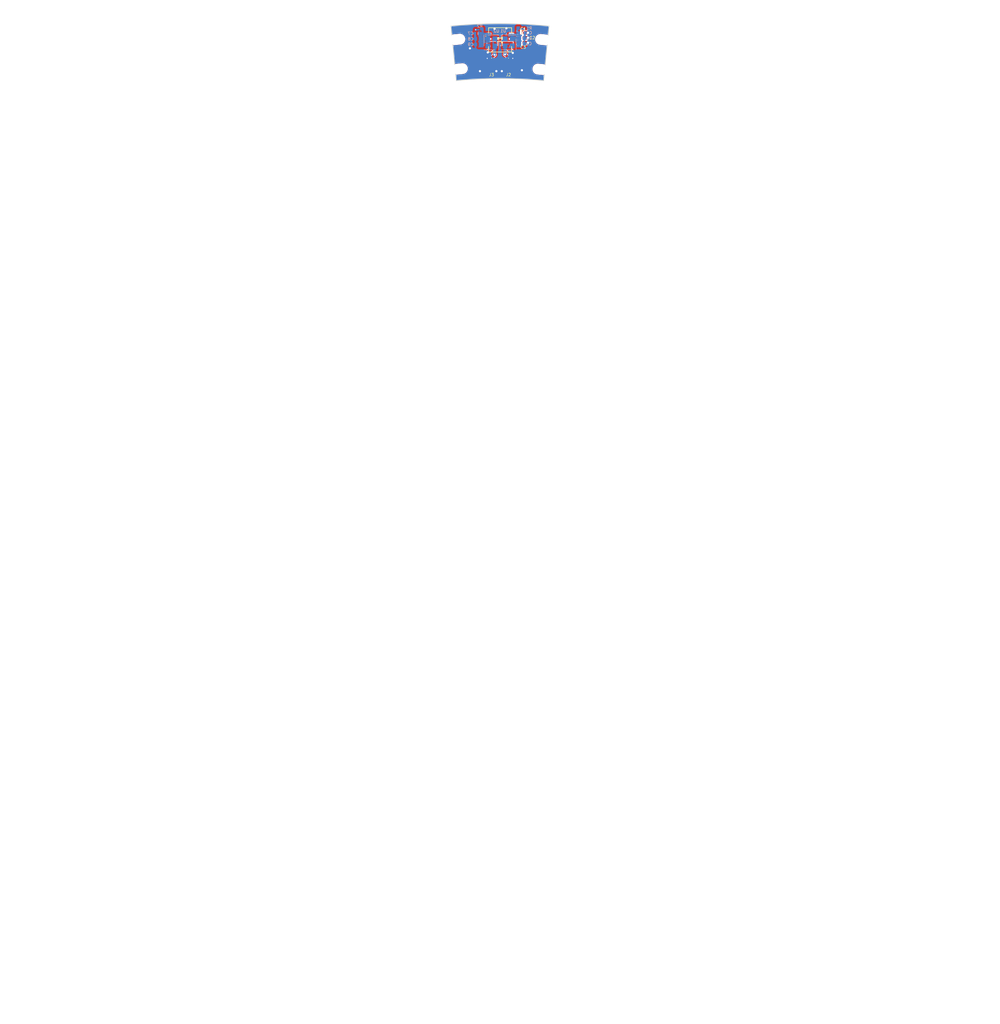
<source format=kicad_pcb>
(kicad_pcb (version 20240108) (generator "pcbnew") (generator_version "8.0")
  (title_block (comment 4 "AISLER Project ID: HSXBLCNA"))
  (layers (0 "F.Cu" signal) (1 "In1.Cu" signal) (2 "In2.Cu" signal) (31 "B.Cu" signal) (34 "B.Paste" user) (35 "F.Paste" user) (36 "B.SilkS" user "B.Silkscreen") (37 "F.SilkS" user "F.Silkscreen") (38 "B.Mask" user) (39 "F.Mask" user) (44 "Edge.Cuts" user))
  (net 0 "")
  (net 1 "GND")
  (net 2 "HV+")
  (net 7 "Net-(C4-Pad2)")
  (net 8 "Net-(J2-SIGNAL)")
  (net 9 "Net-(J3-SIGNAL)")
  (net 10 "Net-(C7-Pad1)")
  (footprint "MountingHole:MountingHole_2.5mm" (layer "F.Cu") (at 86.95258 87.434452)
    (property "Reference" "H1" (hide yes))
    (property "Value" "MountingHole" (hide yes))
    (pad "" np_thru_hole oval (at 0 0 95.64) (size 2.5 6.6) (drill oval 2.5 6.6) (layers "F&B.Cu" "*.Mask"))
  )
  (footprint "SiPM_Onsemi:CAPC1608X90N_1uF" (layer "F.Cu") (at 106.013879 86.853605 180)
    (property "Reference" "C2" (at -2.838693 0.000157 180) (layer "F.SilkS") (effects (font (size 0.8 0.8) (thickness 0.12) (bold yes))))
    (property "Value" "100 nF / 35 V" (hide yes))
    (pad "1" smd rect (at -0.65 0 180) (size 0.85 0.94) (layers "F.Cu" "F.Paste" "F.Mask") (net 1 "GND"))
    (pad "2" smd rect (at 0.65 0 180) (size 0.85 0.94) (layers "F.Cu" "F.Paste" "F.Mask") (net 2 "HV+"))
  )
  (footprint "SiPM_Onsemi:CAPC1608X90N_1uF" (layer "F.Cu") (at 106.013879 88.193736 180)
    (property "Reference" "C3" (at -0.338693 -1.236244 180) (layer "F.SilkS") (effects (font (size 0.8 0.8) (thickness 0.12) (bold yes))))
    (property "Value" "1 uF / 35 V" (hide yes))
    (pad "1" smd rect (at -0.65 0 180) (size 0.85 0.94) (layers "F.Cu" "F.Paste" "F.Mask") (net 1 "GND"))
    (pad "2" smd rect (at 0.65 0 180) (size 0.85 0.94) (layers "F.Cu" "F.Paste" "F.Mask") (net 2 "HV+"))
  )
  (footprint "MountingHole:MountingHole_2.5mm" (layer "F.Cu") (at 113.052869 87.485539)
    (property "Reference" "H3" (hide yes))
    (property "Value" "MountingHole" (hide yes))
    (pad "" np_thru_hole oval (at 0 0 84.36) (size 2.5 6.4) (drill oval 2.5 6.4) (layers "F&B.Cu" "*.Mask"))
  )
  (footprint "SiPM_Onsemi:CAPC1608X90N_001uF" (layer "F.Cu") (at 106.013879 85.5 180)
    (property "Reference" "C1" (at -0.338693 1.07002 180) (layer "F.SilkS") (effects (font (size 0.8 0.8) (thickness 0.12) (bold yes))))
    (property "Value" "10 nF / 100 V" (hide yes))
    (fp_line (start 0 -0.3) (end 0 0.3) (stroke (width 0.2)) (layer "F.SilkS"))
    (pad "1" smd rect (at -0.8 0 180) (size 0.54 0.94) (layers "F.Cu" "F.Paste" "F.Mask") (net 1 "GND"))
    (pad "2" smd rect (at 0.8 0 180) (size 0.54 0.94) (layers "F.Cu" "F.Paste" "F.Mask") (net 2 "HV+"))
  )
  (footprint "SiPM_Onsemi:CONMHF4SMDGT" (layer "F.Cu") (at 102.33081 94.157298 180)
    (property "Reference" "J2" (at 0 -2.842702 180) (layer "F.SilkS") (effects (font (size 0.8 0.8) (thickness 0.12) (bold yes))))
    (property "Value" "CONMHF4-SMD-G-T" (hide yes))
    (fp_line (start 0 1.75) (end 0 1.75) (stroke (width 0.1)) (layer "F.SilkS"))
    (fp_line (start 0 1.65) (end 0 1.65) (stroke (width 0.1)) (layer "F.SilkS"))
    (fp_arc (start 0 1.75) (mid -0.05 1.7) (end 0 1.65) (stroke (width 0.1)) (layer "F.SilkS"))
    (fp_arc (start 0 1.65) (mid 0.05 1.7) (end 0 1.75) (stroke (width 0.1)) (layer "F.SilkS"))
    (pad "1" smd rect (at 0 0.975 270) (size 0.55 0.6) (layers "F.Cu" "F.Paste" "F.Mask") (net 8 "Net-(J2-SIGNAL)"))
    (pad "2" smd rect (at 0.96 0 180) (size 0.58 1.58) (layers "F.Cu" "F.Paste" "F.Mask") (net 1 "GND"))
    (pad "3" smd rect (at 0 -1 180) (size 0.5 0.5) (layers "F.Cu" "F.Paste" "F.Mask") (net 1 "GND"))
    (pad "4" smd rect (at -0.96 0 180) (size 0.58 1.58) (layers "F.Cu" "F.Paste" "F.Mask") (net 1 "GND"))
  )
  (footprint "SiPM_Onsemi:878320411" (layer "F.Cu") (at 100.019149 87.426877 -90)
    (property "Reference" "J1" (at 0 0 -90) (layer "F.SilkS") (effects (font (size 1.27 1.27) (thickness 0.254))))
    (property "Value" "87832-0411" (hide yes))
    (fp_line (start -1 4) (end -1 4) (stroke (width 0.1)) (layer "F.SilkS"))
    (fp_line (start -1 3.9) (end -1 3.9) (stroke (width 0.1)) (layer "F.SilkS"))
    (fp_line (start -3.325 3.15) (end -3.325 -3.15) (stroke (width 0.2)) (layer "F.SilkS"))
    (fp_line (start -1.8 3.15) (end -3.325 3.15) (stroke (width 0.2)) (layer "F.SilkS"))
    (fp_line (start 1.8 3.15) (end 3.325 3.15) (stroke (width 0.2)) (layer "F.SilkS"))
    (fp_line (start 3.325 3.15) (end 3.325 -3.15) (stroke (width 0.2)) (layer "F.SilkS"))
    (fp_line (start -3.325 -3.15) (end -1.8 -3.15) (stroke (width 0.2)) (layer "F.SilkS"))
    (fp_line (start 3.325 -3.15) (end 1.8 -3.15) (stroke (width 0.2)) (layer "F.SilkS"))
    (fp_arc (start -1 4) (mid -1.05 3.95) (end -1 3.9) (stroke (width 0.1)) (layer "F.SilkS"))
    (fp_arc (start -1 3.9) (mid -0.95 3.95) (end -1 4) (stroke (width 0.1)) (layer "F.SilkS"))
    (pad "1" smd rect (at -1 2.125 270) (size 1 2.75) (layers "F.Cu" "F.Paste" "F.Mask") (net 2 "HV+"))
    (pad "2" smd rect (at -1 -2.125 270) (size 1 2.75) (layers "F.Cu" "F.Paste" "F.Mask") (net 2 "HV+"))
    (pad "3" smd rect (at 1 2.125 270) (size 1 2.75) (layers "F.Cu" "F.Paste" "F.Mask") (net 1 "GND"))
    (pad "4" smd rect (at 1 -2.125 270) (size 1 2.75) (layers "F.Cu" "F.Paste" "F.Mask") (net 1 "GND"))
  )
  (footprint "MountingHole:MountingHole_2.5mm" (layer "F.Cu") (at 87.75 95.5)
    (property "Reference" "H2" (hide yes))
    (property "Value" "MountingHole" (hide yes))
    (pad "" np_thru_hole oval (at 0 0 95.64) (size 2.5 6.4) (drill oval 2.5 6.4) (layers "F&B.Cu" "*.Mask"))
  )
  (footprint "SiPM_Onsemi:CONMHF4SMDGT" (layer "F.Cu") (at 97.680004 94.157298 180)
    (property "Reference" "J3" (at 0 -2.842702 180) (layer "F.SilkS") (effects (font (size 0.8 0.8) (thickness 0.12) (bold yes))))
    (property "Value" "CONMHF4-SMD-G-T" (hide yes))
    (fp_line (start 0 1.75) (end 0 1.75) (stroke (width 0.1)) (layer "F.SilkS"))
    (fp_line (start 0 1.65) (end 0 1.65) (stroke (width 0.1)) (layer "F.SilkS"))
    (fp_arc (start 0 1.75) (mid -0.05 1.7) (end 0 1.65) (stroke (width 0.1)) (layer "F.SilkS"))
    (fp_arc (start 0 1.65) (mid 0.05 1.7) (end 0 1.75) (stroke (width 0.1)) (layer "F.SilkS"))
    (pad "1" smd rect (at 0 0.975 270) (size 0.55 0.6) (layers "F.Cu" "F.Paste" "F.Mask") (net 9 "Net-(J3-SIGNAL)"))
    (pad "2" smd rect (at 0.96 0 180) (size 0.58 1.58) (layers "F.Cu" "F.Paste" "F.Mask") (net 1 "GND"))
    (pad "3" smd rect (at 0 -1 180) (size 0.5 0.5) (layers "F.Cu" "F.Paste" "F.Mask") (net 1 "GND"))
    (pad "4" smd rect (at -0.96 0 180) (size 0.58 1.58) (layers "F.Cu" "F.Paste" "F.Mask") (net 1 "GND"))
  )
  (footprint "MountingHole:MountingHole_2.5mm" (layer "F.Cu") (at 112.321273 95.623988)
    (property "Reference" "H4" (hide yes))
    (property "Value" "MountingHole" (hide yes))
    (pad "" np_thru_hole oval (at 0 0 84.36) (size 2.5 6.4) (drill oval 2.5 6.4) (layers "F&B.Cu" "*.Mask"))
  )
  (footprint "SiPM_Onsemi:CAPC1608X90N_1uF" (layer "B.Cu") (at 93.958753 87.131471 180)
    (property "Reference" "C8" (at 2 -0.056435 180) (layer "B.SilkS") (effects (font (size 0.8 0.8) (thickness 0.12)) (justify mirror)))
    (property "Value" "100 nF / 35 V" (hide yes))
    (pad "1" smd rect (at -0.65 0 180) (size 0.85 0.94) (layers "B.Cu" "B.Paste" "B.Mask") (net 10 "Net-(C7-Pad1)"))
    (pad "2" smd rect (at 0.65 0 180) (size 0.85 0.94) (layers "B.Cu" "B.Paste" "B.Mask") (net 1 "GND"))
  )
  (footprint "SiPM_Onsemi:CAPC1608X90N_1uF" (layer "B.Cu") (at 93.958753 88.687906 180)
    (property "Reference" "C9" (at 2 0 180) (layer "B.SilkS") (effects (font (size 0.8 0.8) (thickness 0.12)) (justify mirror)))
    (property "Value" "1 uF / 35 V" (hide yes))
    (pad "1" smd rect (at -0.65 0 180) (size 0.85 0.94) (layers "B.Cu" "B.Paste" "B.Mask") (net 10 "Net-(C7-Pad1)"))
    (pad "2" smd rect (at 0.65 0 180) (size 0.85 0.94) (layers "B.Cu" "B.Paste" "B.Mask") (net 1 "GND"))
  )
  (footprint "SiPM_Onsemi:CAPC1608X90N_001uF" (layer "B.Cu") (at 106 85.552155 180)
    (property "Reference" "C4" (at -2 0.054477 180) (layer "B.SilkS") (effects (font (size 0.8 0.8) (thickness 0.12)) (justify mirror)))
    (property "Value" "10 nF / 100 V" (hide yes))
    (fp_line (start 0 -0.3) (end 0 0.3) (stroke (width 0.2)) (layer "B.SilkS"))
    (pad "1" smd rect (at -0.8 0 180) (size 0.54 0.94) (layers "B.Cu" "B.Paste" "B.Mask") (net 1 "GND"))
    (pad "2" smd rect (at 0.8 0 180) (size 0.54 0.94) (layers "B.Cu" "B.Paste" "B.Mask") (net 7 "Net-(C4-Pad2)"))
  )
  (footprint "SiPM_Onsemi:XDCR_MICROFC-30035-SMT-TR1" (layer "B.Cu") (at 102.371306 88.113644 90)
    (property "Reference" "U1" (at 3.146182 -1.483086 0) (layer "B.SilkS") (effects (font (size 0.8 0.8)) (justify mirror)))
    (property "Value" "MICROFC-30035-SMT-TR1" (hide yes))
    (fp_line (start 2.025 -2.025) (end -0.97 -2.025) (stroke (width 0.127)) (layer "B.SilkS"))
    (fp_line (start -2.025 -2.025) (end -2.025 0.98) (stroke (width 0.127)) (layer "B.SilkS"))
    (fp_line (start 2.025 -0.98) (end 2.025 2.025) (stroke (width 0.127)) (layer "B.SilkS"))
    (fp_line (start 0.97 2.025) (end -2.025 2.025) (stroke (width 0.127)) (layer "B.SilkS"))
    (fp_circle (center -2.6 -0.9) (end -2.5 -0.9) (stroke (width 0.2)) (fill none) (layer "B.SilkS"))
    (pad "1" smd custom (at -0.98 -0.98 270) (size 1.32 1.3) (layers "B.Cu") (net 8 "Net-(J2-SIGNAL)") (options (clearance outline) (anchor rect)) (primitives (gr_poly (pts (xy -0.66 0.65) (xy 0.66 0.65) (xy 0.66 -0.65) (xy -0.31 -0.65) (xy -0.31 -1.07) (xy -0.66 -1.07)) (width 0.0001) (fill yes))))
    (pad "2" smd custom (at 0.97 -0.99 180) (size 1.32 1.3) (layers "B.Cu") (options (clearance outline) (anchor rect)) (primitives (gr_poly (pts (xy -0.65 0.66) (xy 0.65 0.66) (xy 0.65 -0.31) (xy 1.07 -0.31) (xy 1.07 -0.66) (xy -0.65 -0.66)) (width 0.0001) (fill yes))))
    (pad "3" smd custom (at 0.98 0.98 90) (size 1.32 1.3) (layers "B.Cu") (net 7 "Net-(C4-Pad2)") (options (clearance outline) (anchor rect)) (primitives (gr_poly (pts (xy 0.31 1.07) (xy 0.66 1.07) (xy 0.66 -0.65) (xy -0.66 -0.65) (xy -0.66 0.65) (xy 0.31 0.65)) (width 0.0001) (fill yes))))
    (pad "4" smd custom (at -0.97 0.99) (size 1.32 1.3) (layers "B.Cu") (options (clearance outline) (anchor rect)) (primitives (gr_poly (pts (xy -1.07 0.66) (xy 0.65 0.66) (xy 0.65 -0.66) (xy -0.65 -0.66) (xy -0.65 0.31) (xy -1.07 0.31)) (width 0.0001) (fill yes))))
  )
  (footprint "Resistor_SMD:R_0201_0603Metric" (layer "B.Cu") (at 94.457447 84.634163)
    (property "Reference" "R2" (at 0 -1 180) (layer "B.SilkS") (effects (font (size 0.8 0.8) (thickness 0.12) (bold yes)) (justify mirror)))
    (property "Value" "320 Ohm" (hide yes))
    (pad "1" smd roundrect (at -0.32 0) (size 0.46 0.4) (layers "B.Cu" "B.Mask") (net 2 "HV+"))
    (pad "2" smd roundrect (at 0.32 0) (size 0.46 0.4) (layers "B.Cu" "B.Mask") (net 10 "Net-(C7-Pad1)"))
  )
  (footprint "SiPM_Onsemi:XDCR_MICROFC-30035-SMT-TR1" (layer "B.Cu") (at 97.63709 88.123644 180)
    (property "Reference" "U2" (at -1.36291 3.123644 0) (layer "B.SilkS") (effects (font (size 0.8 0.8)) (justify mirror)))
    (property "Value" "MICROFC-30035-SMT-TR1" (hide yes))
    (fp_line (start 2.025 -0.98) (end 2.025 2.025) (stroke (width 0.127)) (layer "B.SilkS"))
    (fp_line (start 2.025 -2.025) (end -0.97 -2.025) (stroke (width 0.127)) (layer "B.SilkS"))
    (fp_line (start 0.97 2.025) (end -2.025 2.025) (stroke (width 0.127)) (layer "B.SilkS"))
    (fp_line (start -2.025 -2.025) (end -2.025 0.98) (stroke (width 0.127)) (layer "B.SilkS"))
    (fp_circle (center -2.6 -0.9) (end -2.5 -0.9) (stroke (width 0.2)) (fill none) (layer "B.SilkS"))
    (pad "1" smd custom (at -0.98 -0.98) (size 1.32 1.3) (layers "B.Cu") (net 9 "Net-(J3-SIGNAL)") (options (clearance outline) (anchor rect)) (primitives (gr_poly (pts (xy -0.66 0.65) (xy 0.66 0.65) (xy 0.66 -0.65) (xy -0.31 -0.65) (xy -0.31 -1.07) (xy -0.66 -1.07)) (width 0.0001) (fill yes))))
    (pad "2" smd custom (at 0.97 -0.99 270) (size 1.32 1.3) (layers "B.Cu") (options (clearance outline) (anchor rect)) (primitives (gr_poly (pts (xy -0.65 0.66) (xy 0.65 0.66) (xy 0.65 -0.31) (xy 1.07 -0.31) (xy 1.07 -0.66) (xy -0.65 -0.66)) (width 0.0001) (fill yes))))
    (pad "3" smd custom (at 0.98 0.98 180) (size 1.32 1.3) (layers "B.Cu") (net 10 "Net-(C7-Pad1)") (options (clearance outline) (anchor rect)) (primitives (gr_poly (pts (xy 0.31 1.07) (xy 0.66 1.07) (xy 0.66 -0.65) (xy -0.66 -0.65) (xy -0.66 0.65) (xy 0.31 0.65)) (width 0.0001) (fill yes))))
    (pad "4" smd custom (at -0.97 0.99 90) (size 1.32 1.3) (layers "B.Cu") (options (clearance outline) (anchor rect)) (primitives (gr_poly (pts (xy -1.07 0.66) (xy 0.65 0.66) (xy 0.65 -0.66) (xy -0.65 -0.66) (xy -0.65 0.31) (xy -1.07 0.31)) (width 0.0001) (fill yes))))
  )
  (footprint "Resistor_SMD:R_0201_0603Metric" (layer "B.Cu") (at 105.5 84.435195 180)
    (property "Reference" "R1" (at -2.507078 0.20812 180) (layer "B.SilkS") (effects (font (size 0.8 0.8) (thickness 0.12) (bold yes)) (justify mirror)))
    (property "Value" "320 Ohm" (hide yes))
    (pad "1" smd roundrect (at -0.32 0 180) (size 0.46 0.4) (layers "B.Cu" "B.Mask") (net 2 "HV+"))
    (pad "2" smd roundrect (at 0.32 0 180) (size 0.46 0.4) (layers "B.Cu" "B.Mask") (net 7 "Net-(C4-Pad2)"))
  )
  (footprint "SiPM_Onsemi:CAPC1608X90N_1uF" (layer "B.Cu") (at 106 87 180)
    (property "Reference" "C5" (at -2 0.05314 180) (layer "B.SilkS") (effects (font (size 0.8 0.8) (thickness 0.12)) (justify mirror)))
    (property "Value" "100 nF / 35 V" (hide yes))
    (pad "1" smd rect (at -0.65 0 180) (size 0.85 0.94) (layers "B.Cu" "B.Paste" "B.Mask") (net 1 "GND"))
    (pad "2" smd rect (at 0.65 0 180) (size 0.85 0.94) (layers "B.Cu" "B.Paste" "B.Mask") (net 7 "Net-(C4-Pad2)"))
  )
  (footprint "SiPM_Onsemi:CAPC1608X90N_001uF" (layer "B.Cu") (at 93.958753 85.687906 180)
    (property "Reference" "C7" (at 2 0.03117 180) (layer "B.SilkS") (effects (font (size 0.8 0.8) (thickness 0.12)) (justify mirror)))
    (property "Value" "10 nF / 100 V" (hide yes))
    (fp_line (start 0 -0.3) (end 0 0.3) (stroke (width 0.2)) (layer "B.SilkS"))
    (pad "1" smd rect (at -0.8 0 180) (size 0.54 0.94) (layers "B.Cu" "B.Paste" "B.Mask") (net 10 "Net-(C7-Pad1)"))
    (pad "2" smd rect (at 0.8 0 180) (size 0.54 0.94) (layers "B.Cu" "B.Paste" "B.Mask") (net 1 "GND"))
  )
  (footprint "SiPM_Onsemi:CAPC1608X90N_1uF" (layer "B.Cu") (at 106 88.484054 180)
    (property "Reference" "C6" (at -1.918122 0.015594 180) (layer "B.SilkS") (effects (font (size 0.8 0.8) (thickness 0.12)) (justify mirror)))
    (property "Value" "1 uF / 35 V" (hide yes))
    (pad "1" smd rect (at -0.65 0 180) (size 0.85 0.94) (layers "B.Cu" "B.Paste" "B.Mask") (net 1 "GND"))
    (pad "2" smd rect (at 0.65 0 180) (size 0.85 0.94) (layers "B.Cu" "B.Paste" "B.Mask") (net 7 "Net-(C4-Pad2)"))
  )
  (gr_line (start 88.034347 98.585907) (end 86.559706 83.651104) (stroke (width 0.2)) (layer "Edge.Cuts"))
  (gr_line (start 111.9634 98.581377) (end 113.434836 83.650568) (stroke (width 0.2)) (layer "Edge.Cuts"))
  (gr_arc (start 88.034347 98.585908) (mid 99.998657 97.997711) (end 111.96298 98.585645) (stroke (width 0.2)) (layer "Edge.Cuts"))
  (gr_arc (start 86.559706 83.651104) (mid 99.997257 82.990282) (end 113.434834 83.650567) (stroke (width 0.2)) (layer "Edge.Cuts"))
  (segment (start 103.5 90.975045) (end 102.119427 89.594472) (width 1) (layer "F.Cu") (net 1))
  (segment (start 107.68612 85.5) (end 106.813879 85.5) (width 1) (layer "F.Cu") (net 1))
  (segment (start 96.638147 90.864525) (end 97.885918 89.616754) (width 1) (layer "F.Cu") (net 1))
  (segment (start 97.885918 89.616754) (end 97.894149 88.426877) (width 1) (layer "F.Cu") (net 1))
  (segment (start 102.119427 89.594472) (end 102.144149 88.426877) (width 1) (layer "F.Cu") (net 1))
  (segment (start 106.663879 88.193736) (end 107.671246 88.193736) (width 1) (layer "F.Cu") (net 1))
  (segment (start 107.68612 86.853605) (end 106.663879 86.853605) (width 1) (layer "F.Cu") (net 1))
  (segment (start 103.5 91) (end 103.5 90.975045) (width 1) (layer "F.Cu") (net 1))
  (via (at 96.638147 90.864525) (size 1) (drill 0.6) (layers "F.Cu" "B.Cu") (net 1))
  (via (at 98.5 84.365929) (size 1) (drill 0.6) (layers "F.Cu" "B.Cu") (net 1))
  (via (at 94.5 96) (size 1) (drill 0.6) (layers "F.Cu" "B.Cu") (net 1))
  (via (at 103.5 92.5) (size 0.6) (drill 0.3) (layers "F.Cu" "B.Cu") (net 1))
  (via (at 107.68612 85.5) (size 1) (drill 0.6) (layers "F.Cu" "B.Cu") (net 1))
  (via (at 106 95.75) (size 1) (drill 0.6) (layers "F.Cu" "B.Cu") (net 1))
  (via (at 107.68612 86.853605) (size 1) (drill 0.6) (layers "F.Cu" "B.Cu") (net 1))
  (via (at 103.5 91) (size 1) (drill 0.6) (layers "F.Cu" "B.Cu") (net 1))
  (via (at 107.68612 88.20861) (size 1) (drill 0.6) (layers "F.Cu" "B.Cu") (net 1))
  (via (at 100.5 96) (size 1) (drill 0.6) (layers "F.Cu" "B.Cu") (net 1))
  (via (at 96.5 92.5) (size 0.6) (drill 0.3) (layers "F.Cu" "B.Cu") (net 1))
  (via (at 99 96) (size 1) (drill 0.6) (layers "F.Cu" "B.Cu") (net 1))
  (via (at 101.75 84.25) (size 1) (drill 0.6) (layers "F.Cu" "B.Cu") (net 1))
  (via (at 91.75 89.75) (size 1) (drill 0.6) (layers "F.Cu" "B.Cu") (net 1))
  (via (at 93.32207 84.647999) (size 0.6) (drill 0.3) (layers "F.Cu" "B.Cu") (net 2))
  (via (at 106.62881 84.404476) (size 0.6) (drill 0.3) (layers "F.Cu" "B.Cu") (net 2))
  (segment (start 94.137447 84.634163) (end 93.32207 84.647999) (width 0.42) (layer "B.Cu") (net 2))
  (segment (start 105.82 84.435195) (end 106.62881 84.404476) (width 0.42) (layer "B.Cu") (net 2))
  (segment (start 103.717662 87.5) (end 103.351306 87.133644) (width 0.42) (layer "B.Cu") (net 7))
  (segment (start 103.48495 87) (end 103.351306 87.133644) (width 0.8) (layer "B.Cu") (net 7))
  (segment (start 101.400879 91.400879) (end 102.33081 92.33081) (width 0.6) (layer "F.Cu") (net 8))
  (segment (start 102.33081 92.33081) (end 102.33081 93.182298) (width 0.6) (layer "F.Cu") (net 8))
  (segment (start 101.3884 91.400879) (end 101.400879 91.400879) (width 0.6) (layer "F.Cu") (net 8))
  (via (at 101.3884 91.400879) (size 0.8) (drill 0.5) (layers "F.Cu" "B.Cu") (net 8))
  (segment (start 101.3884 91.400879) (end 101.352864 91.258735) (width 0.42) (layer "B.Cu") (net 8))
  (segment (start 101.391306 89.093644) (end 101.3884 91.400879) (width 0.8) (layer "B.Cu") (net 8))
  (segment (start 97.680004 93.182298) (end 97.680004 92.319996) (width 0.6) (layer "F.Cu") (net 9))
  (segment (start 97.680004 92.319996) (end 98.5 91.5) (width 0.6) (layer "F.Cu") (net 9))
  (via (at 98.5 91.5) (size 0.8) (drill 0.5) (layers "F.Cu" "B.Cu") (net 9))
  (segment (start 98.61709 89.103644) (end 98.5 91.5) (width 0.8) (layer "B.Cu") (net 9))
  (zone (net 2) (net_name "HV+") (layer "F.Cu") (name "HV+") (priority 1) (connect_pads (clearance 0.2)) (min_thickness 0.15) (fill yes (thermal_gap 0.5) (thermal_bridge_width 0.5))
    (polygon (pts (xy 78.249292 80.529745) (xy 120.249292 81.029745) (xy 119.749292 102.029745) (xy 77.749292 102.029745)))
  )
  (zone (net 1) (net_name "GND") (layer "F.Cu") (priority 2) (connect_pads (clearance 0.2)) (min_thickness 0.25) (fill yes (thermal_gap 0.5) (thermal_bridge_width 0.5))
    (polygon (pts (xy 95.75 94.5) (xy 103.75 94.5) (xy 104 97) (xy 96 97)))
  )
  (zone (net 1) (net_name "GND") (layers "In1.Cu" "In2.Cu" "B.Cu") (name "Ground") (connect_pads (clearance 0.5)) (min_thickness 0.25) (fill yes (thermal_gap 0.5) (thermal_bridge_width 0.5))
    (polygon (pts (xy 128 76.5) (xy 73.5 76.5) (xy 73 110.5) (xy 128 110)))
  )
  (zone (net 7) (net_name "Net-(C4-Pad2)") (layer "B.Cu") (name "Signal-filter2") (priority 2) (connect_pads (clearance 0.2)) (min_thickness 0.3) (fill yes (thermal_gap 0.1) (thermal_bridge_width 0.8) (island_removal_mode 1) (island_area_min 10))
    (polygon (pts (xy 104.5 83.75) (xy 104.5 85.75) (xy 102.25 85.75) (xy 102.371306 88.113644) (xy 104.538372 88.06781) (xy 104.5 89.5) (xy 106 89.5) (xy 106 86) (xy 105.5 86) (xy 105.5 83.75)))
  )
  (zone (net 10) (net_name "Net-(C7-Pad1)") (layer "B.Cu") (name "Signal-filter") (priority 2) (connect_pads (clearance 0.2)) (min_thickness 0.2) (fill yes (thermal_gap 0.1) (thermal_bridge_width 0.8) (island_removal_mode 1) (island_area_min 10))
    (polygon (pts (xy 94.390361 83.988953) (xy 94.392097 84.86712) (xy 94.001736 84.878167) (xy 94 89.5) (xy 95.5 89.487613) (xy 95.5 88.337302) (xy 97.439437 88.337302) (xy 97.5 85.5) (xy 95.5 85.5) (xy 95.5 84)))
  )
)
</source>
